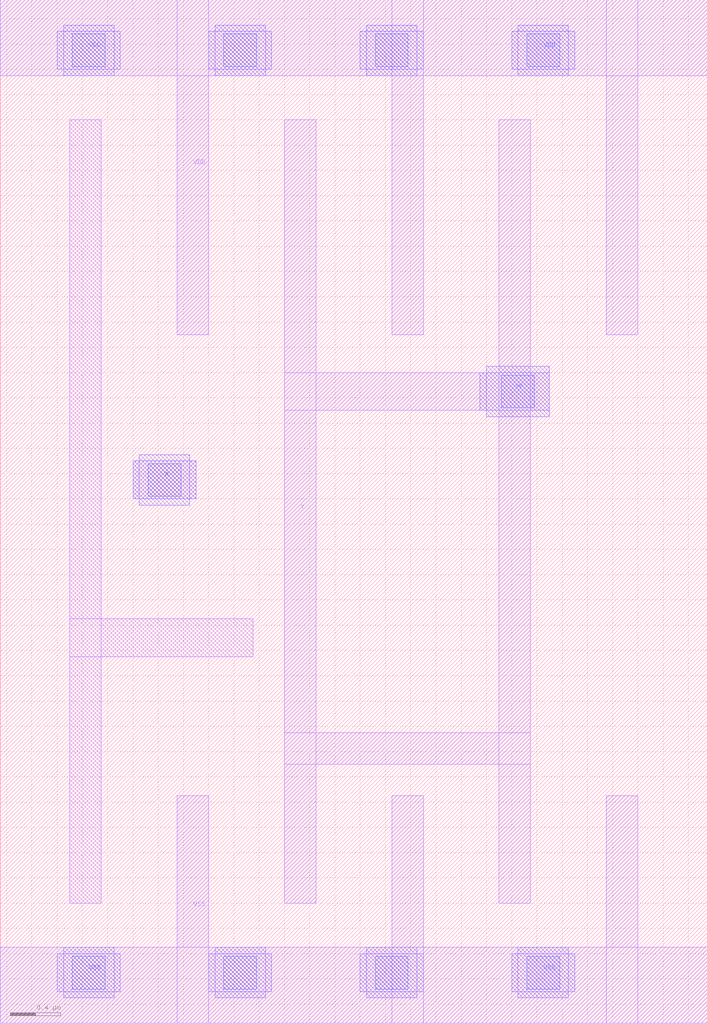
<source format=lef>
# Copyright 2022 Google LLC
# Licensed under the Apache License, Version 2.0 (the "License");
# you may not use this file except in compliance with the License.
# You may obtain a copy of the License at
#
#      http://www.apache.org/licenses/LICENSE-2.0
#
# Unless required by applicable law or agreed to in writing, software
# distributed under the License is distributed on an "AS IS" BASIS,
# WITHOUT WARRANTIES OR CONDITIONS OF ANY KIND, either express or implied.
# See the License for the specific language governing permissions and
# limitations under the License.
VERSION 5.7 ;
BUSBITCHARS "[]" ;
DIVIDERCHAR "/" ;

MACRO gf180mcu_osu_sc_12T_buf_4
  CLASS CORE ;
  ORIGIN 0.85 0.15 ;
  FOREIGN gf180mcu_osu_sc_12T_buf_4 -0.85 -0.15 ;
  SIZE 5.6 BY 8.1 ;
  SYMMETRY X Y ;
  SITE GF018hv5v_mcu_sc7 ;
  PIN A
    DIRECTION INPUT ;
    USE SIGNAL ;
    PORT
      LAYER MET1 ;
        RECT 0.2 4 0.7 4.3 ;
      LAYER MET2 ;
        RECT 0.2 4 0.7 4.3 ;
        RECT 0.25 3.95 0.65 4.35 ;
      LAYER VIA12 ;
        RECT 0.32 4.02 0.58 4.28 ;
    END
  END A
  PIN VDD
    DIRECTION INOUT ;
    USE POWER ;
    SHAPE ABUTMENT ;
    PORT
      LAYER MET1 ;
        RECT -0.85 7.35 4.75 7.95 ;
        RECT 3.95 5.3 4.2 7.95 ;
        RECT 2.25 5.3 2.5 7.95 ;
        RECT 0.55 5.3 0.8 7.95 ;
      LAYER MET2 ;
        RECT 3.2 7.4 3.7 7.7 ;
        RECT 3.25 7.35 3.65 7.75 ;
        RECT 2 7.4 2.5 7.7 ;
        RECT 2.05 7.35 2.45 7.75 ;
        RECT 0.8 7.4 1.3 7.7 ;
        RECT 0.85 7.35 1.25 7.75 ;
        RECT -0.4 7.4 0.1 7.7 ;
        RECT -0.35 7.35 0.05 7.75 ;
      LAYER VIA12 ;
        RECT -0.28 7.42 -0.02 7.68 ;
        RECT 0.92 7.42 1.18 7.68 ;
        RECT 2.12 7.42 2.38 7.68 ;
        RECT 3.32 7.42 3.58 7.68 ;
    END
  END VDD
  PIN VSS
    DIRECTION INOUT ;
    USE GROUND ;
    PORT
      LAYER MET1 ;
        RECT -0.85 -0.15 4.75 0.45 ;
        RECT 3.95 -0.15 4.2 1.65 ;
        RECT 2.25 -0.15 2.5 1.65 ;
        RECT 0.55 -0.15 0.8 1.65 ;
      LAYER MET2 ;
        RECT 3.2 0.1 3.7 0.4 ;
        RECT 3.25 0.05 3.65 0.45 ;
        RECT 2 0.1 2.5 0.4 ;
        RECT 2.05 0.05 2.45 0.45 ;
        RECT 0.8 0.1 1.3 0.4 ;
        RECT 0.85 0.05 1.25 0.45 ;
        RECT -0.4 0.1 0.1 0.4 ;
        RECT -0.35 0.05 0.05 0.45 ;
      LAYER VIA12 ;
        RECT -0.28 0.12 -0.02 0.38 ;
        RECT 0.92 0.12 1.18 0.38 ;
        RECT 2.12 0.12 2.38 0.38 ;
        RECT 3.32 0.12 3.58 0.38 ;
    END
  END VSS
  PIN Y
    DIRECTION OUTPUT ;
    USE SIGNAL ;
    PORT
      LAYER MET1 ;
        RECT 1.4 4.7 3.5 5 ;
        RECT 3.1 0.8 3.35 7 ;
        RECT 1.4 1.9 3.35 2.15 ;
        RECT 1.4 0.8 1.65 7 ;
      LAYER MET2 ;
        RECT 3 4.65 3.5 5.05 ;
        RECT 2.95 4.7 3.5 5 ;
      LAYER VIA12 ;
        RECT 3.12 4.72 3.38 4.98 ;
    END
  END Y
  OBS
    LAYER MET1 ;
      RECT -0.3 0.8 -0.05 7 ;
      RECT -0.3 2.75 1.15 3.05 ;
  END
END gf180mcu_osu_sc_12T_buf_4

</source>
